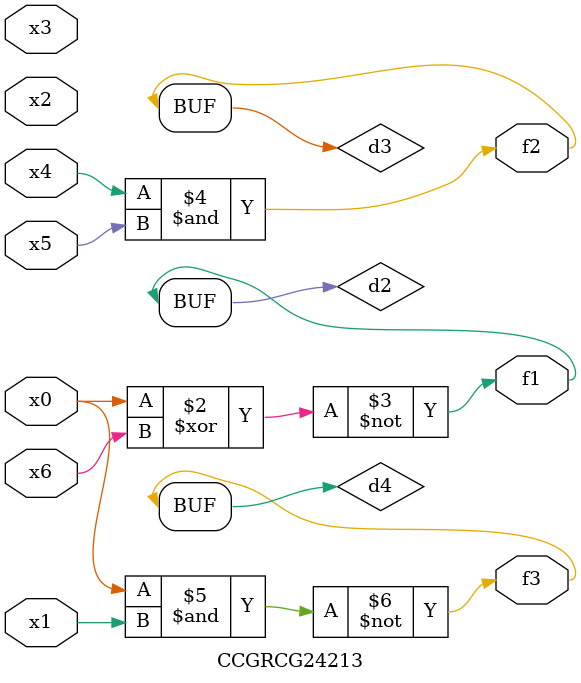
<source format=v>
module CCGRCG24213(
	input x0, x1, x2, x3, x4, x5, x6,
	output f1, f2, f3
);

	wire d1, d2, d3, d4;

	nor (d1, x0);
	xnor (d2, x0, x6);
	and (d3, x4, x5);
	nand (d4, x0, x1);
	assign f1 = d2;
	assign f2 = d3;
	assign f3 = d4;
endmodule

</source>
